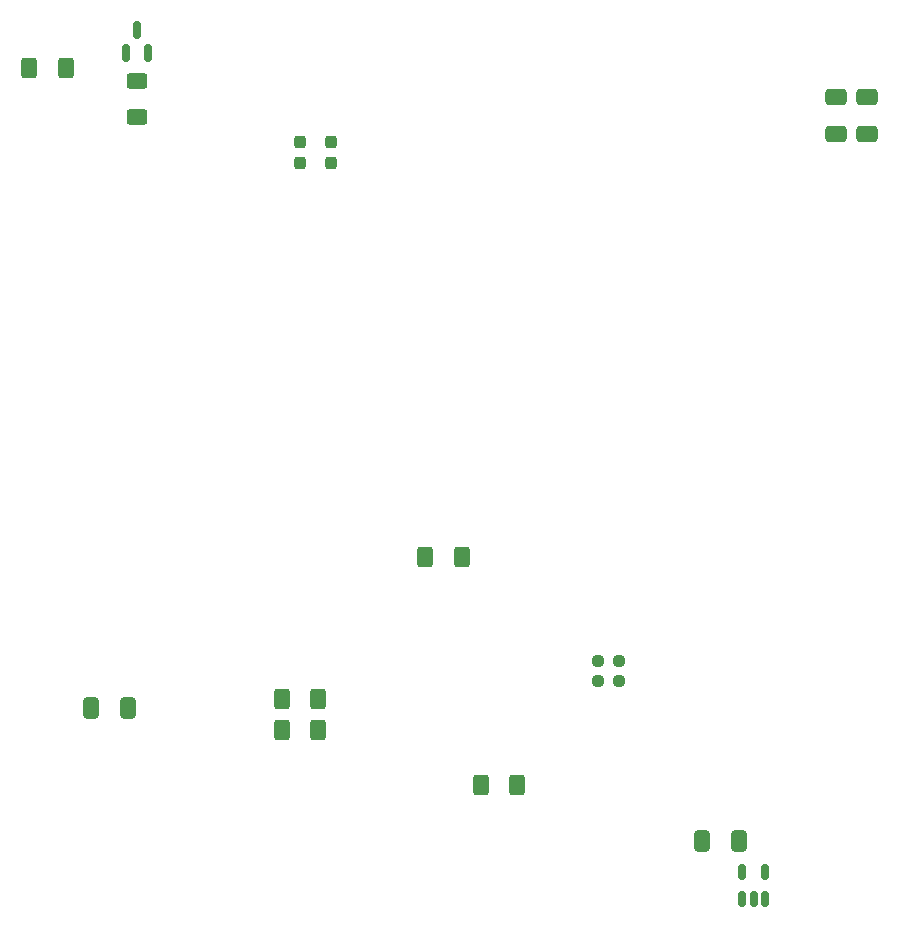
<source format=gbp>
G04 #@! TF.GenerationSoftware,KiCad,Pcbnew,7.0.8*
G04 #@! TF.CreationDate,2024-08-07T19:42:33-07:00*
G04 #@! TF.ProjectId,bloo,626c6f6f-2e6b-4696-9361-645f70636258,rev?*
G04 #@! TF.SameCoordinates,Original*
G04 #@! TF.FileFunction,Paste,Bot*
G04 #@! TF.FilePolarity,Positive*
%FSLAX46Y46*%
G04 Gerber Fmt 4.6, Leading zero omitted, Abs format (unit mm)*
G04 Created by KiCad (PCBNEW 7.0.8) date 2024-08-07 19:42:33*
%MOMM*%
%LPD*%
G01*
G04 APERTURE LIST*
G04 Aperture macros list*
%AMRoundRect*
0 Rectangle with rounded corners*
0 $1 Rounding radius*
0 $2 $3 $4 $5 $6 $7 $8 $9 X,Y pos of 4 corners*
0 Add a 4 corners polygon primitive as box body*
4,1,4,$2,$3,$4,$5,$6,$7,$8,$9,$2,$3,0*
0 Add four circle primitives for the rounded corners*
1,1,$1+$1,$2,$3*
1,1,$1+$1,$4,$5*
1,1,$1+$1,$6,$7*
1,1,$1+$1,$8,$9*
0 Add four rect primitives between the rounded corners*
20,1,$1+$1,$2,$3,$4,$5,0*
20,1,$1+$1,$4,$5,$6,$7,0*
20,1,$1+$1,$6,$7,$8,$9,0*
20,1,$1+$1,$8,$9,$2,$3,0*%
G04 Aperture macros list end*
%ADD10RoundRect,0.237500X-0.237500X0.300000X-0.237500X-0.300000X0.237500X-0.300000X0.237500X0.300000X0*%
%ADD11RoundRect,0.237500X0.250000X0.237500X-0.250000X0.237500X-0.250000X-0.237500X0.250000X-0.237500X0*%
%ADD12RoundRect,0.250000X-0.400000X-0.625000X0.400000X-0.625000X0.400000X0.625000X-0.400000X0.625000X0*%
%ADD13RoundRect,0.250000X0.625000X-0.400000X0.625000X0.400000X-0.625000X0.400000X-0.625000X-0.400000X0*%
%ADD14RoundRect,0.250000X0.400000X0.625000X-0.400000X0.625000X-0.400000X-0.625000X0.400000X-0.625000X0*%
%ADD15RoundRect,0.250000X-0.412500X-0.650000X0.412500X-0.650000X0.412500X0.650000X-0.412500X0.650000X0*%
%ADD16RoundRect,0.250000X-0.650000X0.412500X-0.650000X-0.412500X0.650000X-0.412500X0.650000X0.412500X0*%
%ADD17RoundRect,0.150000X0.150000X-0.587500X0.150000X0.587500X-0.150000X0.587500X-0.150000X-0.587500X0*%
%ADD18RoundRect,0.250000X0.412500X0.650000X-0.412500X0.650000X-0.412500X-0.650000X0.412500X-0.650000X0*%
%ADD19RoundRect,0.250000X0.650000X-0.412500X0.650000X0.412500X-0.650000X0.412500X-0.650000X-0.412500X0*%
%ADD20RoundRect,0.237500X-0.250000X-0.237500X0.250000X-0.237500X0.250000X0.237500X-0.250000X0.237500X0*%
%ADD21RoundRect,0.150000X0.150000X-0.512500X0.150000X0.512500X-0.150000X0.512500X-0.150000X-0.512500X0*%
G04 APERTURE END LIST*
D10*
X189475956Y-110171096D03*
X189475956Y-111896096D03*
D11*
X213912500Y-155800000D03*
X212087500Y-155800000D03*
D12*
X197450000Y-145300000D03*
X200550000Y-145300000D03*
D10*
X186875956Y-110171096D03*
X186875956Y-111896096D03*
D13*
X173075956Y-108046096D03*
X173075956Y-104946096D03*
D14*
X188400000Y-159900000D03*
X185300000Y-159900000D03*
D15*
X169150956Y-158096096D03*
X172275956Y-158096096D03*
D16*
X232275956Y-106333596D03*
X232275956Y-109458596D03*
D14*
X205250000Y-164600000D03*
X202150000Y-164600000D03*
D12*
X185300000Y-157300000D03*
X188400000Y-157300000D03*
D17*
X174025956Y-102571096D03*
X172125956Y-102571096D03*
X173075956Y-100696096D03*
D14*
X167025956Y-103896096D03*
X163925956Y-103896096D03*
D18*
X224038456Y-169296096D03*
X220913456Y-169296096D03*
D19*
X234875956Y-109458596D03*
X234875956Y-106333596D03*
D20*
X212087500Y-154100000D03*
X213912500Y-154100000D03*
D21*
X226225956Y-174233596D03*
X225275956Y-174233596D03*
X224325956Y-174233596D03*
X224325956Y-171958596D03*
X226225956Y-171958596D03*
M02*

</source>
